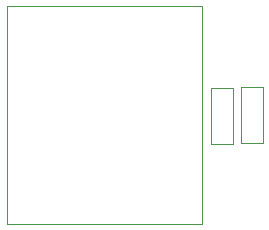
<source format=gbr>
%TF.GenerationSoftware,KiCad,Pcbnew,6.0.2+dfsg-1*%
%TF.CreationDate,2022-10-03T17:06:03+02:00*%
%TF.ProjectId,smartyreader_ng_lora,736d6172-7479-4726-9561-6465725f6e67,rev?*%
%TF.SameCoordinates,Original*%
%TF.FileFunction,Other,User*%
%FSLAX46Y46*%
G04 Gerber Fmt 4.6, Leading zero omitted, Abs format (unit mm)*
G04 Created by KiCad (PCBNEW 6.0.2+dfsg-1) date 2022-10-03 17:06:03*
%MOMM*%
%LPD*%
G01*
G04 APERTURE LIST*
%ADD10C,0.050000*%
G04 APERTURE END LIST*
D10*
%TO.C,U1*%
X144060000Y-128376000D02*
X144060000Y-109876000D01*
X127560000Y-128376000D02*
X127560000Y-109876000D01*
X144060000Y-109876000D02*
X127560000Y-109876000D01*
X127560000Y-128376000D02*
X144060000Y-128376000D01*
%TO.C,D1*%
X146696000Y-121556000D02*
X146696000Y-116856000D01*
X144896000Y-116856000D02*
X146696000Y-116856000D01*
X144896000Y-116856000D02*
X144896000Y-121556000D01*
X146696000Y-121556000D02*
X144896000Y-121556000D01*
%TO.C,D2*%
X149236000Y-121476000D02*
X147436000Y-121476000D01*
X149236000Y-121476000D02*
X149236000Y-116776000D01*
X147436000Y-116776000D02*
X147436000Y-121476000D01*
X147436000Y-116776000D02*
X149236000Y-116776000D01*
%TD*%
M02*

</source>
